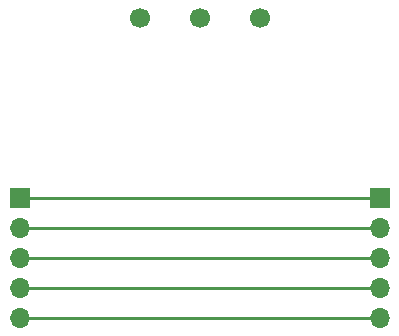
<source format=gtl>
%TF.GenerationSoftware,KiCad,Pcbnew,7.0.2*%
%TF.CreationDate,2023-06-02T21:02:53+10:00*%
%TF.ProjectId,potentiometer-carrier-board,706f7465-6e74-4696-9f6d-657465722d63,rev?*%
%TF.SameCoordinates,Original*%
%TF.FileFunction,Copper,L1,Top*%
%TF.FilePolarity,Positive*%
%FSLAX46Y46*%
G04 Gerber Fmt 4.6, Leading zero omitted, Abs format (unit mm)*
G04 Created by KiCad (PCBNEW 7.0.2) date 2023-06-02 21:02:53*
%MOMM*%
%LPD*%
G01*
G04 APERTURE LIST*
%TA.AperFunction,ComponentPad*%
%ADD10R,1.700000X1.700000*%
%TD*%
%TA.AperFunction,ComponentPad*%
%ADD11O,1.700000X1.700000*%
%TD*%
%TA.AperFunction,ComponentPad*%
%ADD12C,1.700000*%
%TD*%
%TA.AperFunction,Conductor*%
%ADD13C,0.250000*%
%TD*%
G04 APERTURE END LIST*
D10*
%TO.P,J1,1,Pin_1*%
%TO.N,Net-(J1-Pin_1)*%
X48260000Y-63500000D03*
D11*
%TO.P,J1,2,Pin_2*%
%TO.N,Net-(J1-Pin_2)*%
X48260000Y-66040000D03*
%TO.P,J1,3,Pin_3*%
%TO.N,Net-(J1-Pin_3)*%
X48260000Y-68580000D03*
%TO.P,J1,4,Pin_4*%
%TO.N,Net-(J1-Pin_2)*%
X48260000Y-71120000D03*
%TO.P,J1,5,Pin_5*%
%TO.N,Net-(J1-Pin_5)*%
X48260000Y-73660000D03*
%TD*%
D10*
%TO.P,J2,1,Pin_1*%
%TO.N,Net-(J1-Pin_1)*%
X78740000Y-63500000D03*
D11*
%TO.P,J2,2,Pin_2*%
%TO.N,Net-(J1-Pin_2)*%
X78740000Y-66040000D03*
%TO.P,J2,3,Pin_3*%
%TO.N,Net-(J1-Pin_3)*%
X78740000Y-68580000D03*
%TO.P,J2,4,Pin_4*%
%TO.N,Net-(J1-Pin_2)*%
X78740000Y-71120000D03*
%TO.P,J2,5,Pin_5*%
%TO.N,Net-(J1-Pin_5)*%
X78740000Y-73660000D03*
%TD*%
D12*
%TO.P,J3,1,Pin_1*%
%TO.N,Net-(J1-Pin_1)*%
X58420000Y-48260000D03*
%TO.P,J3,2,Pin_2*%
%TO.N,Net-(J1-Pin_3)*%
X63500000Y-48260000D03*
%TO.P,J3,3,Pin_3*%
%TO.N,Net-(J1-Pin_5)*%
X68580000Y-48260000D03*
%TD*%
D13*
%TO.N,Net-(J1-Pin_1)*%
X48260000Y-63500000D02*
X78615000Y-63500000D01*
%TO.N,Net-(J1-Pin_2)*%
X48260000Y-71120000D02*
X78615000Y-71120000D01*
X48260000Y-66040000D02*
X78615000Y-66040000D01*
%TO.N,Net-(J1-Pin_3)*%
X48260000Y-68580000D02*
X78615000Y-68580000D01*
%TO.N,Net-(J1-Pin_5)*%
X48260000Y-73660000D02*
X78615000Y-73660000D01*
%TD*%
M02*

</source>
